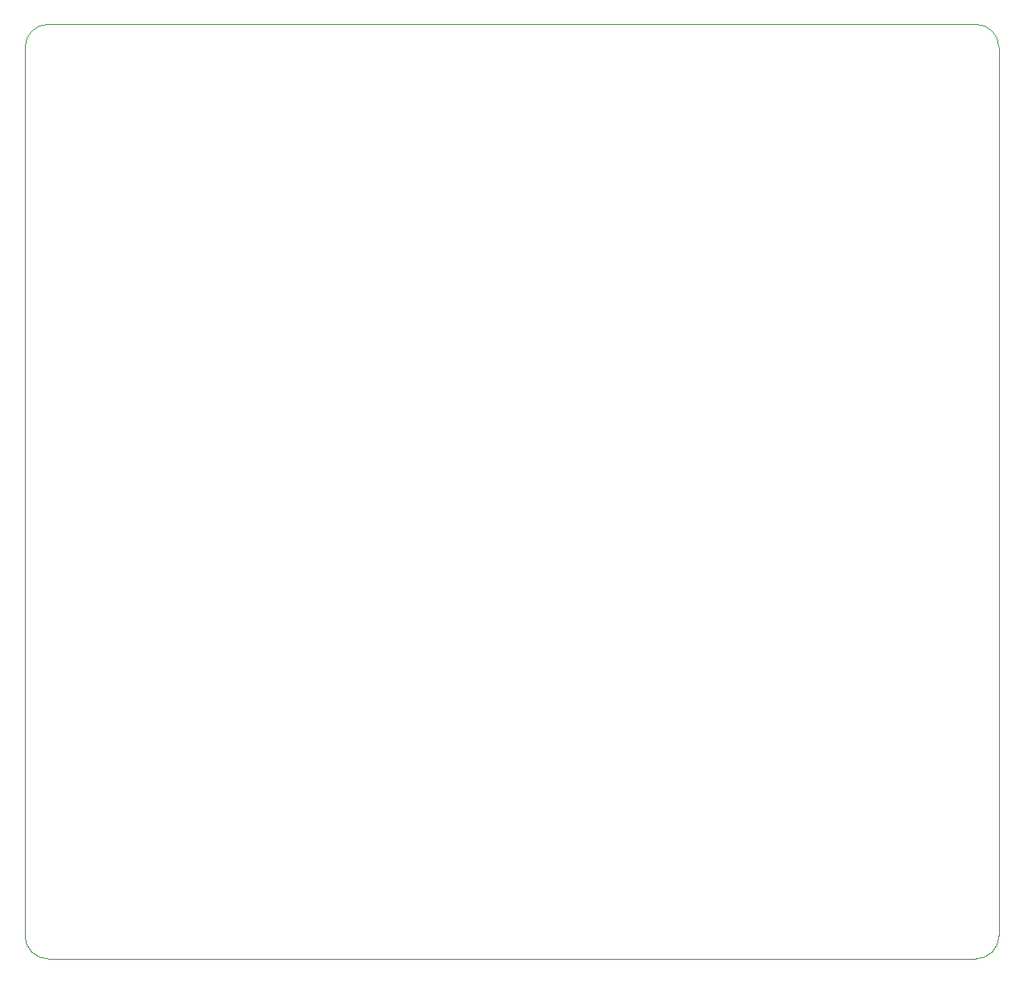
<source format=gm1>
G04 #@! TF.GenerationSoftware,KiCad,Pcbnew,(5.1.4)-1*
G04 #@! TF.CreationDate,2020-11-23T22:31:48-05:00*
G04 #@! TF.ProjectId,Knomberpad,4b6e6f6d-6265-4727-9061-642e6b696361,rev?*
G04 #@! TF.SameCoordinates,Original*
G04 #@! TF.FileFunction,Profile,NP*
%FSLAX46Y46*%
G04 Gerber Fmt 4.6, Leading zero omitted, Abs format (unit mm)*
G04 Created by KiCad (PCBNEW (5.1.4)-1) date 2020-11-23 22:31:48*
%MOMM*%
%LPD*%
G04 APERTURE LIST*
%ADD10C,0.120000*%
G04 APERTURE END LIST*
D10*
X38893750Y-131762500D02*
X38893750Y-41275000D01*
X135731250Y-134143750D02*
X41275000Y-134143750D01*
X138112500Y-41275000D02*
X138112500Y-131762500D01*
X41275000Y-38893750D02*
X135731250Y-38893750D01*
X41275000Y-134143750D02*
G75*
G02X38893750Y-131762500I0J2381250D01*
G01*
X38893750Y-41275000D02*
G75*
G02X41275000Y-38893750I2381250J0D01*
G01*
X138112500Y-131762500D02*
G75*
G02X135731250Y-134143750I-2381250J0D01*
G01*
X135731250Y-38893750D02*
G75*
G02X138112500Y-41275000I0J-2381250D01*
G01*
M02*

</source>
